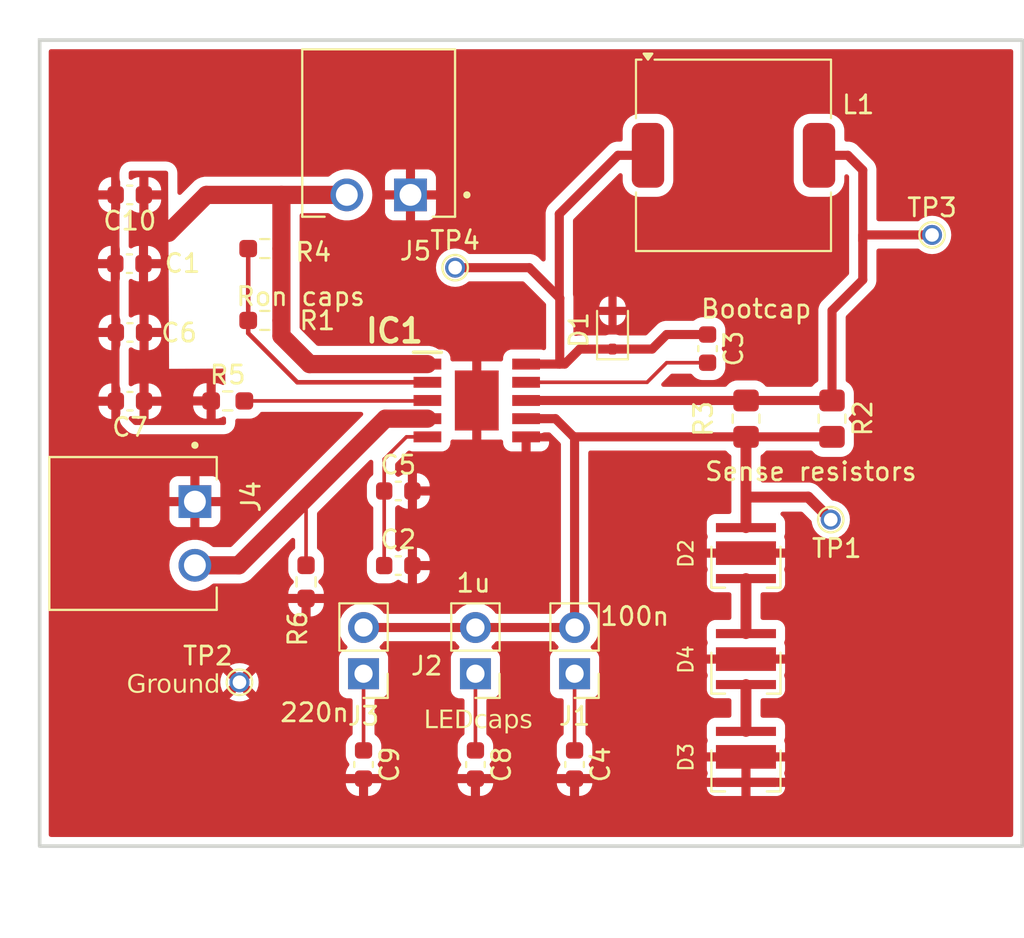
<source format=kicad_pcb>
(kicad_pcb (version 20240108) (generator "pcbnew") (generator_version "8.0")
  (layers (0 "F.Cu" signal) (31 "B.Cu" signal) (34 "B.Paste" user) (35 "F.Paste" user) (36 "B.SilkS" user "B.Silkscreen") (37 "F.SilkS" user "F.Silkscreen") (38 "B.Mask" user) (39 "F.Mask" user) (44 "Edge.Cuts" user))
  (net 0 "")
  (net 1 "GND")
  (net 2 "Net-(IC1-VCC)")
  (net 3 "Net-(IC1-BOOT)")
  (net 4 "Net-(D1-K)")
  (net 5 "Net-(J1-Pin_1)")
  (net 6 "Net-(J2-Pin_1)")
  (net 7 "Net-(J3-Pin_1)")
  (net 8 "Net-(D2-A)")
  (net 9 "Net-(D2-K)")
  (net 10 "Net-(D3-A)")
  (net 11 "Net-(IC1-CSH)")
  (net 12 "Net-(IC1-EN{slash}PWM)")
  (net 13 "Net-(IC1-TON)")
  (net 14 "Net-(IC1-ADIM)")
  (net 15 "Net-(IC1-VIN)")
  (footprint "Capacitor_SMD:C_0603_1608Metric" (layer "F.Cu") (at 145.8 99.625)
    (property "Reference" "C5" (at 0 -1.43 0) (layer "F.SilkS"))
    (property "Value" "100n")
    (fp_line (start -0.14058 -0.51) (end 0.14058 -0.51) (stroke (width 0.12)) (layer "F.SilkS"))
    (fp_line (start -0.14058 0.51) (end 0.14058 0.51) (stroke (width 0.12)) (layer "F.SilkS"))
    (pad "1" smd roundrect (at -0.775 0) (size 0.9 0.95) (layers "F.Cu" "F.Paste" "F.Mask") (net 2 "Net-(IC1-VCC)"))
    (pad "2" smd roundrect (at 0.775 0) (size 0.9 0.95) (layers "F.Cu" "F.Paste" "F.Mask") (net 1 "GND"))
  )
  (footprint "Resistor_SMD:R_0603_1608Metric_Pad0.98x0.95mm_HandSolder" (layer "F.Cu") (at 138.4625 90.25 180)
    (property "Reference" "R1" (at -2.8875 -0.01 0) (layer "F.SilkS"))
    (property "Value" "162k")
    (fp_line (start -0.254724 0.5225) (end 0.254724 0.5225) (stroke (width 0.12)) (layer "F.SilkS"))
    (fp_line (start -0.254724 -0.5225) (end 0.254724 -0.5225) (stroke (width 0.12)) (layer "F.SilkS"))
    (pad "1" smd roundrect (at -0.9125 0 180) (size 0.975 0.95) (layers "F.Cu" "F.Paste" "F.Mask") (net 15 "Net-(IC1-VIN)"))
    (pad "2" smd roundrect (at 0.9125 0 180) (size 0.975 0.95) (layers "F.Cu" "F.Paste" "F.Mask") (net 13 "Net-(IC1-TON)"))
  )
  (footprint "Capacitor_SMD:C_0603_1608Metric" (layer "F.Cu") (at 131.05 94.69 180)
    (property "Reference" "C7" (at 0 -1.43 0) (layer "F.SilkS"))
    (property "Value" "100n")
    (fp_line (start -0.14058 0.51) (end 0.14058 0.51) (stroke (width 0.12)) (layer "F.SilkS"))
    (fp_line (start -0.14058 -0.51) (end 0.14058 -0.51) (stroke (width 0.12)) (layer "F.SilkS"))
    (pad "1" smd roundrect (at -0.775 0 180) (size 0.9 0.95) (layers "F.Cu" "F.Paste" "F.Mask") (net 15 "Net-(IC1-VIN)"))
    (pad "2" smd roundrect (at 0.775 0 180) (size 0.9 0.95) (layers "F.Cu" "F.Paste" "F.Mask") (net 1 "GND"))
  )
  (footprint "Capacitor_SMD:C_0603_1608Metric" (layer "F.Cu") (at 145.8 103.725)
    (property "Reference" "C2" (at 0 -1.43 0) (layer "F.SilkS"))
    (property "Value" "1u")
    (fp_line (start -0.14058 -0.51) (end 0.14058 -0.51) (stroke (width 0.12)) (layer "F.SilkS"))
    (fp_line (start -0.14058 0.51) (end 0.14058 0.51) (stroke (width 0.12)) (layer "F.SilkS"))
    (pad "1" smd roundrect (at -0.775 0) (size 0.9 0.95) (layers "F.Cu" "F.Paste" "F.Mask") (net 2 "Net-(IC1-VCC)"))
    (pad "2" smd roundrect (at 0.775 0) (size 0.9 0.95) (layers "F.Cu" "F.Paste" "F.Mask") (net 1 "GND"))
  )
  (footprint "Capacitor_SMD:C_0603_1608Metric" (layer "F.Cu") (at 131.05 90.91 180)
    (property "Reference" "C6" (at -2.7 -0.02 0) (layer "F.SilkS"))
    (property "Value" "4.7u")
    (fp_line (start -0.14058 0.51) (end 0.14058 0.51) (stroke (width 0.12)) (layer "F.SilkS"))
    (fp_line (start -0.14058 -0.51) (end 0.14058 -0.51) (stroke (width 0.12)) (layer "F.SilkS"))
    (pad "1" smd roundrect (at -0.775 0 180) (size 0.9 0.95) (layers "F.Cu" "F.Paste" "F.Mask") (net 15 "Net-(IC1-VIN)"))
    (pad "2" smd roundrect (at 0.775 0 180) (size 0.9 0.95) (layers "F.Cu" "F.Paste" "F.Mask") (net 1 "GND"))
  )
  (footprint "Resistor_SMD:R_0805_2012Metric_Pad1.20x1.40mm_HandSolder" (layer "F.Cu") (at 164.915 95.65 -90)
    (property "Reference" "R3" (at 0.01 2.345 90) (layer "F.SilkS"))
    (property "Value" ".75")
    (fp_line (start -0.227064 0.735) (end 0.227064 0.735) (stroke (width 0.12)) (layer "F.SilkS"))
    (fp_line (start -0.227064 -0.735) (end 0.227064 -0.735) (stroke (width 0.12)) (layer "F.SilkS"))
    (pad "1" smd roundrect (at -1 0 270) (size 1.2 1.4) (layers "F.Cu" "F.Paste" "F.Mask") (roundrect_rratio 0.208333) (net 11 "Net-(IC1-CSH)"))
    (pad "2" smd roundrect (at 1 0 270) (size 1.2 1.4) (layers "F.Cu" "F.Paste" "F.Mask") (roundrect_rratio 0.208333) (net 8 "Net-(D2-A)"))
  )
  (footprint "oresat-ics:SOP100P600X165-11N" (layer "F.Cu") (at 150.113 94.65)
    (property "Reference" "IC1" (at -4.525 -3.825 0) (layer "F.SilkS") (effects (font (size 1.27 1.27) (thickness 0.254))))
    (property "Value" "A6214KLKTR-T" (hide yes))
    (fp_line (start -3.475 -2.65) (end -1.95 -2.65) (stroke (width 0.2)) (layer "F.SilkS"))
    (pad "1" smd rect (at -2.712 -2 90) (size 0.6 1.525) (layers "F.Cu" "F.Paste" "F.Mask") (net 15 "Net-(IC1-VIN)"))
    (pad "2" smd rect (at -2.712 -1 90) (size 0.6 1.525) (layers "F.Cu" "F.Paste" "F.Mask") (net 13 "Net-(IC1-TON)"))
    (pad "3" smd rect (at -2.712 0 90) (size 0.6 1.525) (layers "F.Cu" "F.Paste" "F.Mask") (net 12 "Net-(IC1-EN{slash}PWM)"))
    (pad "4" smd rect (at -2.712 1 90) (size 0.6 1.525) (layers "F.Cu" "F.Paste" "F.Mask") (net 14 "Net-(IC1-ADIM)"))
    (pad "5" smd rect (at -2.712 2 90) (size 0.6 1.525) (layers "F.Cu" "F.Paste" "F.Mask") (net 2 "Net-(IC1-VCC)"))
    (pad "6" smd rect (at 2.712 2 90) (size 0.6 1.525) (layers "F.Cu" "F.Paste" "F.Mask") (net 1 "GND"))
    (pad "7" smd rect (at 2.712 1 90) (size 0.6 1.525) (layers "F.Cu" "F.Paste" "F.Mask") (net 8 "Net-(D2-A)"))
    (pad "8" smd rect (at 2.712 0 90) (size 0.6 1.525) (layers "F.Cu" "F.Paste" "F.Mask") (net 11 "Net-(IC1-CSH)"))
    (pad "9" smd rect (at 2.712 -1 90) (size 0.6 1.525) (layers "F.Cu" "F.Paste" "F.Mask") (net 3 "Net-(IC1-BOOT)"))
    (pad "10" smd rect (at 2.712 -2 90) (size 0.6 1.525) (layers "F.Cu" "F.Paste" "F.Mask") (net 4 "Net-(D1-K)"))
    (pad "11" smd rect (at 0 0) (size 2.41 3.3) (layers "F.Cu" "F.Paste" "F.Mask") (net 1 "GND"))
  )
  (footprint "oresat-misc:TestPoint-0.75mm-th" (layer "F.Cu") (at 137.07 110.14)
    (property "Reference" "TP2" (at -1.74 -1.45 0) (layer "F.SilkS"))
    (property "Value" "TestPoint" (hide yes))
    (fp_circle (center 0 0) (end 0.7 0) (stroke (width 0.127)) (fill none) (layer "F.SilkS"))
    (pad "1" thru_hole circle (at 0 0) (size 1.1 1.1) (drill 0.75) (property pad_prop_testpoint) (layers "*.Cu" "*.Mask") (net 1 "GND"))
  )
  (footprint "Capacitor_SMD:C_0603_1608Metric" (layer "F.Cu") (at 131.02 87.13 180)
    (property "Reference" "C1" (at -2.92 0.02 0) (layer "F.SilkS"))
    (property "Value" "10u")
    (fp_line (start -0.14058 0.51) (end 0.14058 0.51) (stroke (width 0.12)) (layer "F.SilkS"))
    (fp_line (start -0.14058 -0.51) (end 0.14058 -0.51) (stroke (width 0.12)) (layer "F.SilkS"))
    (pad "1" smd roundrect (at -0.775 0 180) (size 0.9 0.95) (layers "F.Cu" "F.Paste" "F.Mask") (net 15 "Net-(IC1-VIN)"))
    (pad "2" smd roundrect (at 0.775 0 180) (size 0.9 0.95) (layers "F.Cu" "F.Paste" "F.Mask") (net 1 "GND"))
  )
  (footprint "oresat-diodes:Cree-LED" (layer "F.Cu") (at 164.91 103.04 90)
    (property "Reference" "D2" (at -0.025 -3.3 90) (layer "F.SilkS") (effects (font (size 0.8 0.8) (thickness 0.12))))
    (property "Value" "XPEBBL-L1-0000-00201")
    (fp_line (start -1.9 -1.9) (end 0.35 -1.9) (stroke (width 0.12)) (layer "F.SilkS"))
    (fp_line (start -1.9 -1.15) (end -1.9 -1.9) (stroke (width 0.12)) (layer "F.SilkS"))
    (fp_line (start -1.9 1.15) (end -1.9 1.9) (stroke (width 0.12)) (layer "F.SilkS"))
    (fp_line (start -1.9 1.9) (end 0.35 1.9) (stroke (width 0.12)) (layer "F.SilkS"))
    (pad "1" smd rect (at -1.4 0 90) (size 0.5 3.3) (layers "F.Cu" "F.Paste" "F.Mask") (net 9 "Net-(D2-K)"))
    (pad "2" smd rect (at 1.4 0 90) (size 0.5 3.3) (layers "F.Cu" "F.Paste" "F.Mask") (net 8 "Net-(D2-A)"))
    (pad "3" smd rect (at 0 0 90) (size 1.3 3.3) (layers "F.Cu" "F.Mask") (net 1 "GND"))
  )
  (footprint "oresat-misc:TestPoint-0.75mm-th" (layer "F.Cu") (at 175.14 85.55)
    (property "Reference" "TP3" (at 0 -1.5 0) (layer "F.SilkS"))
    (property "Value" "TestPoint" (hide yes))
    (fp_circle (center 0 0) (end 0.7 0) (stroke (width 0.127)) (fill none) (layer "F.SilkS"))
    (pad "1" thru_hole circle (at 0 0) (size 1.1 1.1) (drill 0.75) (property pad_prop_testpoint) (layers "*.Cu" "*.Mask") (net 11 "Net-(IC1-CSH)"))
  )
  (footprint "Capacitor_SMD:C_0603_1608Metric" (layer "F.Cu") (at 162.8 91.8 -90)
    (property "Reference" "C3" (at 0 -1.43 90) (layer "F.SilkS"))
    (property "Value" "100n")
    (fp_line (start -0.14058 0.51) (end 0.14058 0.51) (stroke (width 0.12)) (layer "F.SilkS"))
    (fp_line (start -0.14058 -0.51) (end 0.14058 -0.51) (stroke (width 0.12)) (layer "F.SilkS"))
    (pad "1" smd roundrect (at -0.775 0 270) (size 0.9 0.95) (layers "F.Cu" "F.Paste" "F.Mask") (net 4 "Net-(D1-K)"))
    (pad "2" smd roundrect (at 0.775 0 270) (size 0.9 0.95) (layers "F.Cu" "F.Paste" "F.Mask") (net 3 "Net-(IC1-BOOT)"))
  )
  (footprint "oresat-diodes:Cree-LED" (layer "F.Cu") (at 164.91 114.24 90)
    (property "Reference" "D3" (at -0.025 -3.3 90) (layer "F.SilkS") (effects (font (size 0.8 0.8) (thickness 0.12))))
    (property "Value" "XPEBBL-L1-0000-00201")
    (fp_line (start -1.9 -1.9) (end 0.35 -1.9) (stroke (width 0.12)) (layer "F.SilkS"))
    (fp_line (start -1.9 -1.15) (end -1.9 -1.9) (stroke (width 0.12)) (layer "F.SilkS"))
    (fp_line (start -1.9 1.15) (end -1.9 1.9) (stroke (width 0.12)) (layer "F.SilkS"))
    (fp_line (start -1.9 1.9) (end 0.35 1.9) (stroke (width 0.12)) (layer "F.SilkS"))
    (pad "1" smd rect (at -1.4 0 90) (size 0.5 3.3) (layers "F.Cu" "F.Paste" "F.Mask") (net 1 "GND"))
    (pad "2" smd rect (at 1.4 0 90) (size 0.5 3.3) (layers "F.Cu" "F.Paste" "F.Mask") (net 10 "Net-(D3-A)"))
    (pad "3" smd rect (at 0 0 90) (size 1.3 3.3) (layers "F.Cu" "F.Mask") (net 1 "GND"))
  )
  (footprint "Resistor_SMD:R_0805_2012Metric_Pad1.20x1.40mm_HandSolder" (layer "F.Cu") (at 169.64 95.65 -90)
    (property "Reference" "R2" (at -0.02 -1.69 90) (layer "F.SilkS"))
    (property "Value" "2")
    (fp_line (start -0.227064 0.735) (end 0.227064 0.735) (stroke (width 0.12)) (layer "F.SilkS"))
    (fp_line (start -0.227064 -0.735) (end 0.227064 -0.735) (stroke (width 0.12)) (layer "F.SilkS"))
    (pad "1" smd roundrect (at -1 0 270) (size 1.2 1.4) (layers "F.Cu" "F.Paste" "F.Mask") (roundrect_rratio 0.208333) (net 11 "Net-(IC1-CSH)"))
    (pad "2" smd roundrect (at 1 0 270) (size 1.2 1.4) (layers "F.Cu" "F.Paste" "F.Mask") (roundrect_rratio 0.208333) (net 8 "Net-(D2-A)"))
  )
  (footprint "oresat-misc:TestPoint-0.75mm-th" (layer "F.Cu") (at 169.57 101.2)
    (property "Reference" "TP1" (at 0.33 1.58 0) (layer "F.SilkS"))
    (property "Value" "TestPoint" (hide yes))
    (fp_circle (center 0 0) (end 0.7 0) (stroke (width 0.127)) (fill none) (layer "F.SilkS"))
    (pad "1" thru_hole circle (at 0 0) (size 1.1 1.1) (drill 0.75) (property pad_prop_testpoint) (layers "*.Cu" "*.Mask") (net 8 "Net-(D2-A)"))
  )
  (footprint "Connector_PinHeader_2.54mm:PinHeader_1x02_P2.54mm_Vertical" (layer "F.Cu") (at 150.04 109.67 180)
    (property "Reference" "J2" (at 2.68 0.43 180) (layer "F.SilkS"))
    (property "Value" "Conn_01x02")
    (fp_line (start 1.33 1.27) (end 1.33 3.87) (stroke (width 0.12)) (layer "F.SilkS"))
    (fp_line (start -1.33 3.87) (end 1.33 3.87) (stroke (width 0.12)) (layer "F.SilkS"))
    (fp_line (start -1.33 1.27) (end 1.33 1.27) (stroke (width 0.12)) (layer "F.SilkS"))
    (fp_line (start -1.33 1.27) (end -1.33 3.87) (stroke (width 0.12)) (layer "F.SilkS"))
    (fp_line (start -1.33 0) (end -1.33 -1.33) (stroke (width 0.12)) (layer "F.SilkS"))
    (fp_line (start -1.33 -1.33) (end 0 -1.33) (stroke (width 0.12)) (layer "F.SilkS"))
    (pad "1" thru_hole rect (at 0 0 180) (size 1.7 1.7) (drill 1) (layers "*.Cu" "*.Mask") (net 6 "Net-(J2-Pin_1)"))
    (pad "2" thru_hole oval (at 0 2.54 180) (size 1.7 1.7) (drill 1) (layers "*.Cu" "*.Mask") (net 8 "Net-(D2-A)"))
  )
  (footprint "Capacitor_SMD:C_0603_1608Metric" (layer "F.Cu") (at 131.04 83.35 180)
    (property "Reference" "C10" (at 0 -1.43 0) (layer "F.SilkS"))
    (property "Value" "22u")
    (fp_line (start -0.14058 0.51) (end 0.14058 0.51) (stroke (width 0.12)) (layer "F.SilkS"))
    (fp_line (start -0.14058 -0.51) (end 0.14058 -0.51) (stroke (width 0.12)) (layer "F.SilkS"))
    (pad "1" smd roundrect (at -0.775 0 180) (size 0.9 0.95) (layers "F.Cu" "F.Paste" "F.Mask") (net 15 "Net-(IC1-VIN)"))
    (pad "2" smd roundrect (at 0.775 0 180) (size 0.9 0.95) (layers "F.Cu" "F.Paste" "F.Mask") (net 1 "GND"))
  )
  (footprint "Capacitor_SMD:C_0603_1608Metric" (layer "F.Cu") (at 155.49 114.66 -90)
    (property "Reference" "C4" (at 0 -1.43 90) (layer "F.SilkS"))
    (property "Value" "100n")
    (fp_line (start -0.14058 0.51) (end 0.14058 0.51) (stroke (width 0.12)) (layer "F.SilkS"))
    (fp_line (start -0.14058 -0.51) (end 0.14058 -0.51) (stroke (width 0.12)) (layer "F.SilkS"))
    (pad "1" smd roundrect (at -0.775 0 270) (size 0.9 0.95) (layers "F.Cu" "F.Paste" "F.Mask") (net 5 "Net-(J1-Pin_1)"))
    (pad "2" smd roundrect (at 0.775 0 270) (size 0.9 0.95) (layers "F.Cu" "F.Paste" "F.Mask") (net 1 "GND"))
  )
  (footprint "Resistor_SMD:R_0603_1608Metric_Pad0.98x0.95mm_HandSolder" (layer "F.Cu") (at 140.73 104.62 -90)
    (property "Reference" "R6" (at 2.57 0.46 90) (layer "F.SilkS"))
    (property "Value" "10k")
    (fp_line (start -0.254724 0.5225) (end 0.254724 0.5225) (stroke (width 0.12)) (layer "F.SilkS"))
    (fp_line (start -0.254724 -0.5225) (end 0.254724 -0.5225) (stroke (width 0.12)) (layer "F.SilkS"))
    (pad "1" smd roundrect (at -0.9125 0 270) (size 0.975 0.95) (layers "F.Cu" "F.Paste" "F.Mask") (net 14 "Net-(IC1-ADIM)"))
    (pad "2" smd roundrect (at 0.9125 0 270) (size 0.975 0.95) (layers "F.Cu" "F.Paste" "F.Mask") (net 1 "GND"))
  )
  (footprint "Diode_SMD:D_SOD-323" (layer "F.Cu") (at 157.575 90.775 90)
    (property "Reference" "D1" (at 0 -1.85 90) (layer "F.SilkS"))
    (property "Value" "NSR0320")
    (fp_line (start -1.61 -0.85) (end 1.05 -0.85) (stroke (width 0.12)) (layer "F.SilkS"))
    (fp_line (start -1.61 -0.85) (end -1.61 0.85) (stroke (width 0.12)) (layer "F.SilkS"))
    (fp_line (start -1.61 0.85) (end 1.05 0.85) (stroke (width 0.12)) (layer "F.SilkS"))
    (pad "1" smd roundrect (at -1.05 0 90) (size 0.6 0.45) (layers "F.Cu" "F.Paste" "F.Mask") (net 4 "Net-(D1-K)"))
    (pad "2" smd roundrect (at 1.05 0 90) (size 0.6 0.45) (layers "F.Cu" "F.Paste" "F.Mask") (net 1 "GND"))
  )
  (footprint "Capacitor_SMD:C_0603_1608Metric" (layer "F.Cu") (at 143.89 114.66 -90)
    (property "Reference" "C9" (at 0 -1.43 90) (layer "F.SilkS"))
    (property "Value" "220n")
    (fp_line (start -0.14058 0.51) (end 0.14058 0.51) (stroke (width 0.12)) (layer "F.SilkS"))
    (fp_line (start -0.14058 -0.51) (end 0.14058 -0.51) (stroke (width 0.12)) (layer "F.SilkS"))
    (pad "1" smd roundrect (at -0.775 0 270) (size 0.9 0.95) (layers "F.Cu" "F.Paste" "F.Mask") (net 7 "Net-(J3-Pin_1)"))
    (pad "2" smd roundrect (at 0.775 0 270) (size 0.9 0.95) (layers "F.Cu" "F.Paste" "F.Mask") (net 1 "GND"))
  )
  (footprint "oresat-connectors:PHOENIX_1995499" (layer "F.Cu") (at 148.92 75.35 180)
    (property "Reference" "J5" (at 2.175 -11.085 0) (layer "F.SilkS"))
    (property "Value" "1995499")
    (fp_line (start 8.4 -9.2) (end 8.4 0) (stroke (width 0.127)) (layer "F.SilkS"))
    (fp_line (start 7.17 -9.2) (end 8.4 -9.2) (stroke (width 0.127)) (layer "F.SilkS"))
    (fp_line (start 0 0) (end 8.4 0) (stroke (width 0.127)) (layer "F.SilkS"))
    (fp_line (start 0 0) (end 0 -9.2) (stroke (width 0.127)) (layer "F.SilkS"))
    (fp_line (start 0 -9.2) (end 1.23 -9.2) (stroke (width 0.127)) (layer "F.SilkS"))
    (fp_circle (center -0.65 -8) (end -0.55 -8) (stroke (width 0.2)) (fill none) (layer "F.SilkS"))
    (pad "1" thru_hole rect (at 2.45 -8 180) (size 1.8 1.8) (drill 1.2) (layers "*.Cu" "*.Mask") (net 1 "GND"))
    (pad "2" thru_hole circle (at 5.95 -8 180) (size 1.8 1.8) (drill 1.2) (layers "*.Cu" "*.Mask") (net 15 "Net-(IC1-VIN)"))
  )
  (footprint "oresat-misc:TestPoint-0.75mm-th" (layer "F.Cu") (at 148.925 87.35)
    (property "Reference" "TP4" (at 0 -1.5 0) (layer "F.SilkS"))
    (property "Value" "TestPoint" (hide yes))
    (fp_circle (center 0 0) (end 0.7 0) (stroke (width 0.127)) (fill none) (layer "F.SilkS"))
    (pad "1" thru_hole circle (at 0 0) (size 1.1 1.1) (drill 0.75) (property pad_prop_testpoint) (layers "*.Cu" "*.Mask") (net 4 "Net-(D1-K)"))
  )
  (footprint "Connector_PinHeader_2.54mm:PinHeader_1x02_P2.54mm_Vertical" (layer "F.Cu") (at 143.89 109.67 180)
    (property "Reference" "J3" (at 0 -2.33 180) (layer "F.SilkS"))
    (property "Value" "Conn_01x02")
    (fp_line (start 1.33 1.27) (end 1.33 3.87) (stroke (width 0.12)) (layer "F.SilkS"))
    (fp_line (start -1.33 3.87) (end 1.33 3.87) (stroke (width 0.12)) (layer "F.SilkS"))
    (fp_line (start -1.33 1.27) (end 1.33 1.27) (stroke (width 0.12)) (layer "F.SilkS"))
    (fp_line (start -1.33 1.27) (end -1.33 3.87) (stroke (width 0.12)) (layer "F.SilkS"))
    (fp_line (start -1.33 0) (end -1.33 -1.33) (stroke (width 0.12)) (layer "F.SilkS"))
    (fp_line (start -1.33 -1.33) (end 0 -1.33) (stroke (width 0.12)) (layer "F.SilkS"))
    (pad "1" thru_hole rect (at 0 0 180) (size 1.7 1.7) (drill 1) (layers "*.Cu" "*.Mask") (net 7 "Net-(J3-Pin_1)"))
    (pad "2" thru_hole oval (at 0 2.54 180) (size 1.7 1.7) (drill 1) (layers "*.Cu" "*.Mask") (net 8 "Net-(D2-A)"))
  )
  (footprint "Resistor_SMD:R_0603_1608Metric_Pad0.98x0.95mm_HandSolder" (layer "F.Cu") (at 136.425 94.675)
    (property "Reference" "R5" (at 0 -1.43 0) (layer "F.SilkS"))
    (property "Value" "1k")
    (fp_line (start -0.254724 -0.5225) (end 0.254724 -0.5225) (stroke (width 0.12)) (layer "F.SilkS"))
    (fp_line (start -0.254724 0.5225) (end 0.254724 0.5225) (stroke (width 0.12)) (layer "F.SilkS"))
    (pad "1" smd roundrect (at -0.9125 0) (size 0.975 0.95) (layers "F.Cu" "F.Paste" "F.Mask") (net 15 "Net-(IC1-VIN)"))
    (pad "2" smd roundrect (at 0.9125 0) (size 0.975 0.95) (layers "F.Cu" "F.Paste" "F.Mask") (net 12 "Net-(IC1-EN{slash}PWM)"))
  )
  (footprint "Inductor_SMD:L_Coilcraft_MSS1048-XXX" (layer "F.Cu") (at 164.225 81.175)
    (property "Reference" "L1" (at 6.855 -2.785 0) (layer "F.SilkS"))
    (property "Value" "47u")
    (fp_line (start -5.36 -5.26) (end -5.36 -2.04) (stroke (width 0.12)) (layer "F.SilkS"))
    (fp_line (start -5.36 -5.26) (end -5.06 -5.26) (stroke (width 0.12)) (layer "F.SilkS"))
    (fp_line (start -5.36 5.26) (end -5.36 2.04) (stroke (width 0.12)) (layer "F.SilkS"))
    (fp_line (start -5.36 5.26) (end 5.36 5.26) (stroke (width 0.12)) (layer "F.SilkS"))
    (fp_line (start -4.34 -5.26) (end 5.36 -5.26) (stroke (width 0.12)) (layer "F.SilkS"))
    (fp_line (start 5.36 -5.26) (end 5.36 -2.04) (stroke (width 0.12)) (layer "F.SilkS"))
    (fp_line (start 5.36 5.26) (end 5.36 2.04) (stroke (width 0.12)) (layer "F.SilkS"))
    (fp_poly (pts (xy -4.7 -5.26) (xy -4.94 -5.59) (xy -4.46 -5.59) (xy -4.7 -5.26)) (stroke (width 0.12)) (fill solid) (layer "F.SilkS"))
    (pad "1" smd roundrect (at -4.7 0) (size 1.78 3.56) (layers "F.Cu" "F.Paste" "F.Mask") (net 4 "Net-(D1-K)"))
    (pad "2" smd roundrect (at 4.7 0) (size 1.78 3.56) (layers "F.Cu" "F.Paste" "F.Mask") (net 11 "Net-(IC1-CSH)"))
  )
  (footprint "Capacitor_SMD:C_0603_1608Metric" (layer "F.Cu") (at 150.04 114.66 -90)
    (property "Reference" "C8" (at 0 -1.43 90) (layer "F.SilkS"))
    (property "Value" "1u")
    (fp_line (start -0.14058 0.51) (end 0.14058 0.51) (stroke (width 0.12)) (layer "F.SilkS"))
    (fp_line (start -0.14058 -0.51) (end 0.14058 -0.51) (stroke (width 0.12)) (layer "F.SilkS"))
    (pad "1" smd roundrect (at -0.775 0 270) (size 0.9 0.95) (layers "F.Cu" "F.Paste" "F.Mask") (net 6 "Net-(J2-Pin_1)"))
    (pad "2" smd roundrect (at 0.775 0 270) (size 0.9 0.95) (layers "F.Cu" "F.Paste" "F.Mask") (net 1 "GND"))
  )
  (footprint "oresat-connectors:PHOENIX_1995499" (layer "F.Cu") (at 126.62 97.76 -90)
    (property "Reference" "J4" (at 2.175 -11.085 90) (layer "F.SilkS"))
    (property "Value" "1995499")
    (fp_line (start 0 0) (end 8.4 0) (stroke (width 0.127)) (layer "F.SilkS"))
    (fp_line (start 0 0) (end 0 -9.2) (stroke (width 0.127)) (layer "F.SilkS"))
    (fp_line (start 0 -9.2) (end 1.23 -9.2) (stroke (width 0.127)) (layer "F.SilkS"))
    (fp_line (start 7.17 -9.2) (end 8.4 -9.2) (stroke (width 0.127)) (layer "F.SilkS"))
    (fp_line (start 8.4 -9.2) (end 8.4 0) (stroke (width 0.127)) (layer "F.SilkS"))
    (fp_circle (center -0.65 -8) (end -0.55 -8) (stroke (width 0.2)) (fill none) (layer "F.SilkS"))
    (pad "1" thru_hole rect (at 2.45 -8 270) (size 1.8 1.8) (drill 1.2) (layers "*.Cu" "*.Mask") (net 1 "GND"))
    (pad "2" thru_hole circle (at 5.95 -8 270) (size 1.8 1.8) (drill 1.2) (layers "*.Cu" "*.Mask") (net 14 "Net-(IC1-ADIM)"))
  )
  (footprint "oresat-diodes:Cree-LED" (layer "F.Cu") (at 164.91 108.865 90)
    (property "Reference" "D4" (at -0.025 -3.3 90) (layer "F.SilkS") (effects (font (size 0.8 0.8) (thickness 0.12))))
    (property "Value" "XPEBBL-L1-0000-00201")
    (fp_line (start -1.9 -1.9) (end 0.35 -1.9) (stroke (width 0.12)) (layer "F.SilkS"))
    (fp_line (start -1.9 -1.15) (end -1.9 -1.9) (stroke (width 0.12)) (layer "F.SilkS"))
    (fp_line (start -1.9 1.15) (end -1.9 1.9) (stroke (width 0.12)) (layer "F.SilkS"))
    (fp_line (start -1.9 1.9) (end 0.35 1.9) (stroke (width 0.12)) (layer "F.SilkS"))
    (pad "1" smd rect (at -1.4 0 90) (size 0.5 3.3) (layers "F.Cu" "F.Paste" "F.Mask") (net 10 "Net-(D3-A)"))
    (pad "2" smd rect (at 1.4 0 90) (size 0.5 3.3) (layers "F.Cu" "F.Paste" "F.Mask") (net 9 "Net-(D2-K)"))
    (pad "3" smd rect (at 0 0 90) (size 1.3 3.3) (layers "F.Cu" "F.Mask") (net 1 "GND"))
  )
  (footprint "Resistor_SMD:R_0603_1608Metric_Pad0.98x0.95mm_HandSolder" (layer "F.Cu") (at 138.4625 86.3 180)
    (property "Reference" "R4" (at -2.6675 -0.2 0) (layer "F.SilkS"))
    (property "Value" "237k")
    (fp_line (start -0.254724 0.5225) (end 0.254724 0.5225) (stroke (width 0.12)) (layer "F.SilkS"))
    (fp_line (start -0.254724 -0.5225) (end 0.254724 -0.5225) (stroke (width 0.12)) (layer "F.SilkS"))
    (pad "1" smd roundrect (at -0.9125 0 180) (size 0.975 0.95) (layers "F.Cu" "F.Paste" "F.Mask") (net 15 "Net-(IC1-VIN)"))
    (pad "2" smd roundrect (at 0.9125 0 180) (size 0.975 0.95) (layers "F.Cu" "F.Paste" "F.Mask") (net 13 "Net-(IC1-TON)"))
  )
  (footprint "Connector_PinHeader_2.54mm:PinHeader_1x02_P2.54mm_Vertical" (layer "F.Cu") (at 155.49 109.67 180)
    (property "Reference" "J1" (at 0 -2.33 180) (layer "F.SilkS"))
    (property "Value" "Conn_01x02")
    (fp_line (start 1.33 1.27) (end 1.33 3.87) (stroke (width 0.12)) (layer "F.SilkS"))
    (fp_line (start -1.33 3.87) (end 1.33 3.87) (stroke (width 0.12)) (layer "F.SilkS"))
    (fp_line (start -1.33 1.27) (end 1.33 1.27) (stroke (width 0.12)) (layer "F.SilkS"))
    (fp_line (start -1.33 1.27) (end -1.33 3.87) (stroke (width 0.12)) (layer "F.SilkS"))
    (fp_line (start -1.33 0) (end -1.33 -1.33) (stroke (width 0.12)) (layer "F.SilkS"))
    (fp_line (start -1.33 -1.33) (end 0 -1.33) (stroke (width 0.12)) (layer "F.SilkS"))
    (pad "1" thru_hole rect (at 0 0 180) (size 1.7 1.7) (drill 1) (layers "*.Cu" "*.Mask") (net 5 "Net-(J1-Pin_1)"))
    (pad "2" thru_hole oval (at 0 2.54 180) (size 1.7 1.7) (drill 1) (layers "*.Cu" "*.Mask") (net 8 "Net-(D2-A)"))
  )
  (gr_rect (start 126.085 74.84) (end 180.1 119.145) (stroke (width 0.2)) (fill none) (layer "Edge.Cuts"))
  (gr_text "LEDcaps" (at 147.2 112.83 0) (layer "F.SilkS") (effects (font (size 1 1)) (justify left bottom)))
  (gr_text "Bootcap" (at 162.35 90.2 0) (layer "F.SilkS") (effects (font (size 1 1)) (justify left bottom)))
  (gr_text "Ground" (at 130.87 110.88 0) (layer "F.SilkS") (effects (font (size 1 1)) (justify left bottom)))
  (gr_text "1u" (at 148.91 105.27 0) (layer "F.SilkS") (effects (font (size 1 1)) (justify left bottom)))
  (gr_text "100n" (at 156.82 107.1 0) (layer "F.SilkS") (effects (font (size 1 1)) (justify left bottom)))
  (gr_text "Sense resistors" (at 162.57 99.14 0) (layer "F.SilkS") (effects (font (size 1 1)) (justify left bottom)))
  (gr_text "Ron caps" (at 136.8125 89.52 0) (layer "F.SilkS") (effects (font (size 1 1)) (justify left bottom)))
  (gr_text "220n" (at 139.22 112.39 0) (layer "F.SilkS") (effects (font (size 1 1)) (justify left bottom)))
  (segment (start 145.025 97.875) (end 145.025 99.625) (width 0.2) (layer "F.Cu") (net 2))
  (segment (start 146.25 96.65) (end 145.025 97.875) (width 0.2) (layer "F.Cu") (net 2))
  (segment (start 147.401 96.65) (end 146.25 96.65) (width 0.2) (layer "F.Cu") (net 2))
  (segment (start 145.025 103.725) (end 145.025 99.625) (width 0.2) (layer "F.Cu") (net 2))
  (segment (start 152.825 93.65) (end 159.475 93.65) (width 0.2) (layer "F.Cu") (net 3))
  (segment (start 160.55 92.575) (end 162.8 92.575) (width 0.2) (layer "F.Cu") (net 3))
  (segment (start 159.475 93.65) (end 160.55 92.575) (width 0.2) (layer "F.Cu") (net 3))
  (segment (start 152.825 92.65) (end 154.575 92.65) (width 0.5) (layer "F.Cu") (net 4))
  (segment (start 154.65 84.4) (end 157.875 81.175) (width 0.5) (layer "F.Cu") (net 4))
  (segment (start 159.75 91.825) (end 160.55 91.025) (width 0.5) (layer "F.Cu") (net 4))
  (segment (start 154.675 92.65) (end 154.675 89.025) (width 0.5) (layer "F.Cu") (net 4))
  (segment (start 154.575 92.65) (end 154.675 92.65) (width 0.5) (layer "F.Cu") (net 4))
  (segment (start 154.675 92.65) (end 154.95 92.65) (width 0.5) (layer "F.Cu") (net 4))
  (segment (start 155.775 91.825) (end 157.575 91.825) (width 0.5) (layer "F.Cu") (net 4))
  (segment (start 153 87.35) (end 148.925 87.35) (width 0.5) (layer "F.Cu") (net 4))
  (segment (start 157.875 81.175) (end 159.525 81.175) (width 0.5) (layer "F.Cu") (net 4))
  (segment (start 157.575 91.825) (end 159.75 91.825) (width 0.5) (layer "F.Cu") (net 4))
  (segment (start 160.55 91.025) (end 162.8 91.025) (width 0.5) (layer "F.Cu") (net 4))
  (segment (start 154.65 89) (end 154.65 84.4) (width 0.5) (layer "F.Cu") (net 4))
  (segment (start 154.95 92.65) (end 155.775 91.825) (width 0.5) (layer "F.Cu") (net 4))
  (segment (start 154.675 89.025) (end 153 87.35) (width 0.5) (layer "F.Cu") (net 4))
  (segment (start 154.675 89.025) (end 154.65 89) (width 0.5) (layer "F.Cu") (net 4))
  (segment (start 155.49 109.67) (end 155.49 113.885) (width 0.2) (layer "F.Cu") (net 5))
  (segment (start 150.04 109.67) (end 150.04 113.885) (width 0.2) (layer "F.Cu") (net 6))
  (segment (start 143.89 109.67) (end 143.89 113.885) (width 0.2) (layer "F.Cu") (net 7))
  (segment (start 155.4 96.61) (end 155.485 96.695) (width 0.5) (layer "F.Cu") (net 8))
  (segment (start 164.91 101.64) (end 164.91 99.96) (width 0.6) (layer "F.Cu") (net 8))
  (segment (start 154.44 95.65) (end 152.825 95.65) (width 0.5) (layer "F.Cu") (net 8))
  (segment (start 164.91 96.655) (end 164.915 96.65) (width 0.6) (layer "F.Cu") (net 8))
  (segment (start 150.006552 107.13) (end 155.456552 107.13) (width 0.5) (layer "F.Cu") (net 8))
  (segment (start 155.485 96.695) (end 155.53 96.65) (width 0.5) (layer "F.Cu") (net 8))
  (segment (start 169.57 101.2) (end 168.33 99.96) (width 0.6) (layer "F.Cu") (net 8))
  (segment (start 155.49 107.13) (end 155.485 107.125) (width 0.5) (layer "F.Cu") (net 8))
  (segment (start 155.49 96.7) (end 155.49 107.13) (width 0.5) (layer "F.Cu") (net 8))
  (segment (start 155.53 96.65) (end 164.915 96.65) (width 0.5) (layer "F.Cu") (net 8))
  (segment (start 164.91 99.96) (end 164.91 96.655) (width 0.6) (layer "F.Cu") (net 8))
  (segment (start 144.556552 107.13) (end 150.006552 107.13) (width 0.5) (layer "F.Cu") (net 8))
  (segment (start 164.915 96.65) (end 169.64 96.65) (width 0.5) (layer "F.Cu") (net 8))
  (segment (start 155.4 96.61) (end 154.44 95.65) (width 0.5) (layer "F.Cu") (net 8))
  (segment (start 168.33 99.96) (end 164.91 99.96) (width 0.6) (layer "F.Cu") (net 8))
  (segment (start 169.64 96.68) (end 169.615 96.705) (width 0.2) (layer "F.Cu") (net 8))
  (segment (start 155.485 96.695) (end 155.49 96.7) (width 0.5) (layer "F.Cu") (net 8))
  (segment (start 164.91 104.44) (end 164.91 107.465) (width 0.6) (layer "F.Cu") (net 9))
  (segment (start 164.91 110.265) (end 164.91 112.84) (width 0.6) (layer "F.Cu") (net 10))
  (segment (start 164.915 94.65) (end 169.64 94.65) (width 0.5) (layer "F.Cu") (net 11))
  (segment (start 152.825 94.65) (end 164.915 94.65) (width 0.5) (layer "F.Cu") (net 11))
  (segment (start 171.33 85.56) (end 171.33 88.02) (width 0.5) (layer "F.Cu") (net 11))
  (segment (start 171.34 85.55) (end 171.33 85.56) (width 0.2) (layer "F.Cu") (net 11))
  (segment (start 170.515 81.175) (end 171.33 81.99) (width 0.5) (layer "F.Cu") (net 11))
  (segment (start 168.925 81.175) (end 170.515 81.175) (width 0.5) (layer "F.Cu") (net 11))
  (segment (start 171.33 81.99) (end 171.33 85.86) (width 0.5) (layer "F.Cu") (net 11))
  (segment (start 171.33 88.02) (end 169.64 89.71) (width 0.5) (layer "F.Cu") (net 11))
  (segment (start 175.14 85.55) (end 171.34 85.55) (width 0.5) (layer "F.Cu") (net 11))
  (segment (start 169.64 89.71) (end 169.64 94.65) (width 0.5) (layer "F.Cu") (net 11))
  (segment (start 137.3375 94.675) (end 147.376 94.675) (width 0.2) (layer "F.Cu") (net 12))
  (segment (start 147.376 94.675) (end 147.401 94.65) (width 0.2) (layer "F.Cu") (net 12))
  (segment (start 140.25 93.65) (end 147.401 93.65) (width 0.25) (layer "F.Cu") (net 13))
  (segment (start 137.55 86.3) (end 137.55 90.25) (width 0.25) (layer "F.Cu") (net 13))
  (segment (start 137.55 90.95) (end 140.25 93.65) (width 0.25) (layer "F.Cu") (net 13))
  (segment (start 137.55 90.25) (end 137.55 90.95) (width 0.25) (layer "F.Cu") (net 13))
  (segment (start 145.09 95.65) (end 137.03 103.71) (width 1) (layer "F.Cu") (net 14))
  (segment (start 145.09 95.65) (end 147.401 95.65) (width 1) (layer "F.Cu") (net 14))
  (segment (start 140.73 100.01) (end 140.73 103.7075) (width 0.2) (layer "F.Cu") (net 14))
  (segment (start 137.03 103.71) (end 134.62 103.71) (width 1) (layer "F.Cu") (net 14))
  (segment (start 145.09 95.65) (end 140.73 100.01) (width 0.2) (layer "F.Cu") (net 14))
  (segment (start 139.375 90.25) (end 139.375 91.1) (width 1) (layer "F.Cu") (net 15))
  (segment (start 139.375 86.3) (end 139.375 90.25) (width 1) (layer "F.Cu") (net 15))
  (segment (start 131.83 85.43) (end 133.17 85.43) (width 1) (layer "F.Cu") (net 15))
  (segment (start 139.375 91.1) (end 140.925 92.65) (width 1) (layer "F.Cu") (net 15))
  (segment (start 133.17 85.43) (end 135.25 83.35) (width 1) (layer "F.Cu") (net 15))
  (segment (start 135.25 83.35) (end 142.97 83.35) (width 1) (layer "F.Cu") (net 15))
  (segment (start 139.375 83.35) (end 139.375 86.3) (width 1) (layer "F.Cu") (net 15))
  (segment (start 140.925 92.65) (end 147.401 92.65) (width 1) (layer "F.Cu") (net 15))
  (zone (net 1) (net_name "GND") (layer "F.Cu") (connect_pads (clearance 0.5)) (min_thickness 0.25) (fill yes (thermal_gap 0.5) (thermal_bridge_width 0.5))
    (polygon (pts (xy 126.095 74.84) (xy 126.095 119.14) (xy 180.13 119.14) (xy 180.13 74.84)))
  )
  (zone (net 15) (net_name "Net-(IC1-VIN)") (layer "F.Cu") (priority 1) (connect_pads (clearance 0.5)) (min_thickness 0.25) (fill yes (thermal_gap 0.5) (thermal_bridge_width 0.5))
    (polygon (pts (xy 130.98 82.02) (xy 133.15 82.02) (xy 133.15 82.676199) (xy 133.2 92.91) (xy 136.281276 92.895778) (xy 136.335567 96) (xy 131.29 96) (xy 130.98 95.69)))
  )
)
</source>
